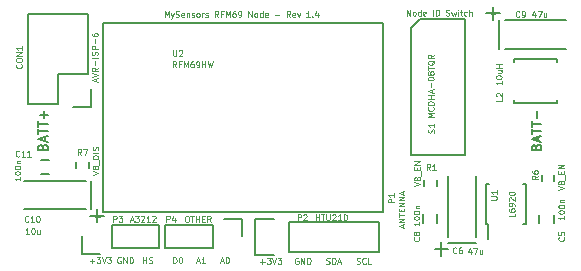
<source format=gto>
G04 #@! TF.GenerationSoftware,KiCad,Pcbnew,no-vcs-found-7657~57~ubuntu16.04.1*
G04 #@! TF.CreationDate,2017-02-15T10:50:58+02:00*
G04 #@! TF.ProjectId,multisensor_cr123,6D756C746973656E736F725F63723132,rev?*
G04 #@! TF.FileFunction,Legend,Top*
G04 #@! TF.FilePolarity,Positive*
%FSLAX46Y46*%
G04 Gerber Fmt 4.6, Leading zero omitted, Abs format (unit mm)*
G04 Created by KiCad (PCBNEW no-vcs-found-7657~57~ubuntu16.04.1) date Wed Feb 15 10:50:58 2017*
%MOMM*%
%LPD*%
G01*
G04 APERTURE LIST*
%ADD10C,0.100000*%
%ADD11C,0.125000*%
%ADD12C,0.200000*%
%ADD13C,0.150000*%
%ADD14R,2.000000X3.000000*%
%ADD15C,2.000000*%
%ADD16R,2.540000X2.540000*%
%ADD17C,2.540000*%
%ADD18R,0.600000X0.400000*%
%ADD19R,1.501140X2.148840*%
%ADD20R,0.750000X1.200000*%
%ADD21R,1.200000X0.750000*%
%ADD22R,1.270000X0.760000*%
%ADD23R,0.450000X1.450000*%
%ADD24R,3.000000X1.200000*%
%ADD25C,1.998980*%
%ADD26R,1.727200X1.727200*%
%ADD27O,1.727200X1.727200*%
%ADD28R,2.148840X1.501140*%
%ADD29R,1.350000X1.350000*%
%ADD30C,1.350000*%
%ADD31R,1.727200X2.032000*%
%ADD32O,1.727200X2.032000*%
G04 APERTURE END LIST*
D10*
D11*
X111812404Y-78267690D02*
X111812404Y-77767690D01*
X111979071Y-78124833D01*
X112145738Y-77767690D01*
X112145738Y-78267690D01*
X112336214Y-77934357D02*
X112455261Y-78267690D01*
X112574309Y-77934357D02*
X112455261Y-78267690D01*
X112407642Y-78386738D01*
X112383833Y-78410547D01*
X112336214Y-78434357D01*
X112740976Y-78243880D02*
X112812404Y-78267690D01*
X112931452Y-78267690D01*
X112979071Y-78243880D01*
X113002880Y-78220071D01*
X113026690Y-78172452D01*
X113026690Y-78124833D01*
X113002880Y-78077214D01*
X112979071Y-78053404D01*
X112931452Y-78029595D01*
X112836214Y-78005785D01*
X112788595Y-77981976D01*
X112764785Y-77958166D01*
X112740976Y-77910547D01*
X112740976Y-77862928D01*
X112764785Y-77815309D01*
X112788595Y-77791500D01*
X112836214Y-77767690D01*
X112955261Y-77767690D01*
X113026690Y-77791500D01*
X113431452Y-78243880D02*
X113383833Y-78267690D01*
X113288595Y-78267690D01*
X113240976Y-78243880D01*
X113217166Y-78196261D01*
X113217166Y-78005785D01*
X113240976Y-77958166D01*
X113288595Y-77934357D01*
X113383833Y-77934357D01*
X113431452Y-77958166D01*
X113455261Y-78005785D01*
X113455261Y-78053404D01*
X113217166Y-78101023D01*
X113669547Y-77934357D02*
X113669547Y-78267690D01*
X113669547Y-77981976D02*
X113693357Y-77958166D01*
X113740976Y-77934357D01*
X113812404Y-77934357D01*
X113860023Y-77958166D01*
X113883833Y-78005785D01*
X113883833Y-78267690D01*
X114098119Y-78243880D02*
X114145738Y-78267690D01*
X114240976Y-78267690D01*
X114288595Y-78243880D01*
X114312404Y-78196261D01*
X114312404Y-78172452D01*
X114288595Y-78124833D01*
X114240976Y-78101023D01*
X114169547Y-78101023D01*
X114121928Y-78077214D01*
X114098119Y-78029595D01*
X114098119Y-78005785D01*
X114121928Y-77958166D01*
X114169547Y-77934357D01*
X114240976Y-77934357D01*
X114288595Y-77958166D01*
X114598119Y-78267690D02*
X114550500Y-78243880D01*
X114526690Y-78220071D01*
X114502880Y-78172452D01*
X114502880Y-78029595D01*
X114526690Y-77981976D01*
X114550500Y-77958166D01*
X114598119Y-77934357D01*
X114669547Y-77934357D01*
X114717166Y-77958166D01*
X114740976Y-77981976D01*
X114764785Y-78029595D01*
X114764785Y-78172452D01*
X114740976Y-78220071D01*
X114717166Y-78243880D01*
X114669547Y-78267690D01*
X114598119Y-78267690D01*
X114979071Y-78267690D02*
X114979071Y-77934357D01*
X114979071Y-78029595D02*
X115002880Y-77981976D01*
X115026690Y-77958166D01*
X115074309Y-77934357D01*
X115121928Y-77934357D01*
X115264785Y-78243880D02*
X115312404Y-78267690D01*
X115407642Y-78267690D01*
X115455261Y-78243880D01*
X115479071Y-78196261D01*
X115479071Y-78172452D01*
X115455261Y-78124833D01*
X115407642Y-78101023D01*
X115336214Y-78101023D01*
X115288595Y-78077214D01*
X115264785Y-78029595D01*
X115264785Y-78005785D01*
X115288595Y-77958166D01*
X115336214Y-77934357D01*
X115407642Y-77934357D01*
X115455261Y-77958166D01*
X116360023Y-78267690D02*
X116193357Y-78029595D01*
X116074309Y-78267690D02*
X116074309Y-77767690D01*
X116264785Y-77767690D01*
X116312404Y-77791500D01*
X116336214Y-77815309D01*
X116360023Y-77862928D01*
X116360023Y-77934357D01*
X116336214Y-77981976D01*
X116312404Y-78005785D01*
X116264785Y-78029595D01*
X116074309Y-78029595D01*
X116740976Y-78005785D02*
X116574309Y-78005785D01*
X116574309Y-78267690D02*
X116574309Y-77767690D01*
X116812404Y-77767690D01*
X117002880Y-78267690D02*
X117002880Y-77767690D01*
X117169547Y-78124833D01*
X117336214Y-77767690D01*
X117336214Y-78267690D01*
X117788595Y-77767690D02*
X117693357Y-77767690D01*
X117645738Y-77791500D01*
X117621928Y-77815309D01*
X117574309Y-77886738D01*
X117550500Y-77981976D01*
X117550500Y-78172452D01*
X117574309Y-78220071D01*
X117598119Y-78243880D01*
X117645738Y-78267690D01*
X117740976Y-78267690D01*
X117788595Y-78243880D01*
X117812404Y-78220071D01*
X117836214Y-78172452D01*
X117836214Y-78053404D01*
X117812404Y-78005785D01*
X117788595Y-77981976D01*
X117740976Y-77958166D01*
X117645738Y-77958166D01*
X117598119Y-77981976D01*
X117574309Y-78005785D01*
X117550500Y-78053404D01*
X118074309Y-78267690D02*
X118169547Y-78267690D01*
X118217166Y-78243880D01*
X118240976Y-78220071D01*
X118288595Y-78148642D01*
X118312404Y-78053404D01*
X118312404Y-77862928D01*
X118288595Y-77815309D01*
X118264785Y-77791500D01*
X118217166Y-77767690D01*
X118121928Y-77767690D01*
X118074309Y-77791500D01*
X118050500Y-77815309D01*
X118026690Y-77862928D01*
X118026690Y-77981976D01*
X118050500Y-78029595D01*
X118074309Y-78053404D01*
X118121928Y-78077214D01*
X118217166Y-78077214D01*
X118264785Y-78053404D01*
X118288595Y-78029595D01*
X118312404Y-77981976D01*
X118907642Y-78267690D02*
X118907642Y-77767690D01*
X119193357Y-78267690D01*
X119193357Y-77767690D01*
X119502880Y-78267690D02*
X119455261Y-78243880D01*
X119431452Y-78220071D01*
X119407642Y-78172452D01*
X119407642Y-78029595D01*
X119431452Y-77981976D01*
X119455261Y-77958166D01*
X119502880Y-77934357D01*
X119574309Y-77934357D01*
X119621928Y-77958166D01*
X119645738Y-77981976D01*
X119669547Y-78029595D01*
X119669547Y-78172452D01*
X119645738Y-78220071D01*
X119621928Y-78243880D01*
X119574309Y-78267690D01*
X119502880Y-78267690D01*
X120098119Y-78267690D02*
X120098119Y-77767690D01*
X120098119Y-78243880D02*
X120050500Y-78267690D01*
X119955261Y-78267690D01*
X119907642Y-78243880D01*
X119883833Y-78220071D01*
X119860023Y-78172452D01*
X119860023Y-78029595D01*
X119883833Y-77981976D01*
X119907642Y-77958166D01*
X119955261Y-77934357D01*
X120050500Y-77934357D01*
X120098119Y-77958166D01*
X120526690Y-78243880D02*
X120479071Y-78267690D01*
X120383833Y-78267690D01*
X120336214Y-78243880D01*
X120312404Y-78196261D01*
X120312404Y-78005785D01*
X120336214Y-77958166D01*
X120383833Y-77934357D01*
X120479071Y-77934357D01*
X120526690Y-77958166D01*
X120550500Y-78005785D01*
X120550500Y-78053404D01*
X120312404Y-78101023D01*
X121145738Y-78077214D02*
X121526690Y-78077214D01*
X122431452Y-78267690D02*
X122264785Y-78029595D01*
X122145738Y-78267690D02*
X122145738Y-77767690D01*
X122336214Y-77767690D01*
X122383833Y-77791500D01*
X122407642Y-77815309D01*
X122431452Y-77862928D01*
X122431452Y-77934357D01*
X122407642Y-77981976D01*
X122383833Y-78005785D01*
X122336214Y-78029595D01*
X122145738Y-78029595D01*
X122836214Y-78243880D02*
X122788595Y-78267690D01*
X122693357Y-78267690D01*
X122645738Y-78243880D01*
X122621928Y-78196261D01*
X122621928Y-78005785D01*
X122645738Y-77958166D01*
X122693357Y-77934357D01*
X122788595Y-77934357D01*
X122836214Y-77958166D01*
X122860023Y-78005785D01*
X122860023Y-78053404D01*
X122621928Y-78101023D01*
X123026690Y-77934357D02*
X123145738Y-78267690D01*
X123264785Y-77934357D01*
X124098119Y-78267690D02*
X123812404Y-78267690D01*
X123955261Y-78267690D02*
X123955261Y-77767690D01*
X123907642Y-77839119D01*
X123860023Y-77886738D01*
X123812404Y-77910547D01*
X124312404Y-78220071D02*
X124336214Y-78243880D01*
X124312404Y-78267690D01*
X124288595Y-78243880D01*
X124312404Y-78220071D01*
X124312404Y-78267690D01*
X124764785Y-77934357D02*
X124764785Y-78267690D01*
X124645738Y-77743880D02*
X124526690Y-78101023D01*
X124836214Y-78101023D01*
D12*
X101479357Y-89274476D02*
X101517452Y-89160190D01*
X101555547Y-89122095D01*
X101631738Y-89084000D01*
X101746023Y-89084000D01*
X101822214Y-89122095D01*
X101860309Y-89160190D01*
X101898404Y-89236380D01*
X101898404Y-89541142D01*
X101098404Y-89541142D01*
X101098404Y-89274476D01*
X101136500Y-89198285D01*
X101174595Y-89160190D01*
X101250785Y-89122095D01*
X101326976Y-89122095D01*
X101403166Y-89160190D01*
X101441261Y-89198285D01*
X101479357Y-89274476D01*
X101479357Y-89541142D01*
X101669833Y-88779238D02*
X101669833Y-88398285D01*
X101898404Y-88855428D02*
X101098404Y-88588761D01*
X101898404Y-88322095D01*
X101098404Y-88169714D02*
X101098404Y-87712571D01*
X101898404Y-87941142D02*
X101098404Y-87941142D01*
X101098404Y-87560190D02*
X101098404Y-87103047D01*
X101898404Y-87331619D02*
X101098404Y-87331619D01*
X101593642Y-86836380D02*
X101593642Y-86226857D01*
X101898404Y-86531619D02*
X101288880Y-86531619D01*
X143262357Y-89274476D02*
X143300452Y-89160190D01*
X143338547Y-89122095D01*
X143414738Y-89084000D01*
X143529023Y-89084000D01*
X143605214Y-89122095D01*
X143643309Y-89160190D01*
X143681404Y-89236380D01*
X143681404Y-89541142D01*
X142881404Y-89541142D01*
X142881404Y-89274476D01*
X142919500Y-89198285D01*
X142957595Y-89160190D01*
X143033785Y-89122095D01*
X143109976Y-89122095D01*
X143186166Y-89160190D01*
X143224261Y-89198285D01*
X143262357Y-89274476D01*
X143262357Y-89541142D01*
X143452833Y-88779238D02*
X143452833Y-88398285D01*
X143681404Y-88855428D02*
X142881404Y-88588761D01*
X143681404Y-88322095D01*
X142881404Y-88169714D02*
X142881404Y-87712571D01*
X143681404Y-87941142D02*
X142881404Y-87941142D01*
X142881404Y-87560190D02*
X142881404Y-87103047D01*
X143681404Y-87331619D02*
X142881404Y-87331619D01*
X143376642Y-86836380D02*
X143376642Y-86226857D01*
D11*
X132302595Y-78140690D02*
X132302595Y-77640690D01*
X132588309Y-78140690D01*
X132588309Y-77640690D01*
X132897833Y-78140690D02*
X132850214Y-78116880D01*
X132826404Y-78093071D01*
X132802595Y-78045452D01*
X132802595Y-77902595D01*
X132826404Y-77854976D01*
X132850214Y-77831166D01*
X132897833Y-77807357D01*
X132969261Y-77807357D01*
X133016880Y-77831166D01*
X133040690Y-77854976D01*
X133064500Y-77902595D01*
X133064500Y-78045452D01*
X133040690Y-78093071D01*
X133016880Y-78116880D01*
X132969261Y-78140690D01*
X132897833Y-78140690D01*
X133493071Y-78140690D02*
X133493071Y-77640690D01*
X133493071Y-78116880D02*
X133445452Y-78140690D01*
X133350214Y-78140690D01*
X133302595Y-78116880D01*
X133278785Y-78093071D01*
X133254976Y-78045452D01*
X133254976Y-77902595D01*
X133278785Y-77854976D01*
X133302595Y-77831166D01*
X133350214Y-77807357D01*
X133445452Y-77807357D01*
X133493071Y-77831166D01*
X133921642Y-78116880D02*
X133874023Y-78140690D01*
X133778785Y-78140690D01*
X133731166Y-78116880D01*
X133707357Y-78069261D01*
X133707357Y-77878785D01*
X133731166Y-77831166D01*
X133778785Y-77807357D01*
X133874023Y-77807357D01*
X133921642Y-77831166D01*
X133945452Y-77878785D01*
X133945452Y-77926404D01*
X133707357Y-77974023D01*
X134540690Y-78140690D02*
X134540690Y-77640690D01*
X134778785Y-78140690D02*
X134778785Y-77640690D01*
X134897833Y-77640690D01*
X134969261Y-77664500D01*
X135016880Y-77712119D01*
X135040690Y-77759738D01*
X135064500Y-77854976D01*
X135064500Y-77926404D01*
X135040690Y-78021642D01*
X135016880Y-78069261D01*
X134969261Y-78116880D01*
X134897833Y-78140690D01*
X134778785Y-78140690D01*
X135635928Y-78116880D02*
X135707357Y-78140690D01*
X135826404Y-78140690D01*
X135874023Y-78116880D01*
X135897833Y-78093071D01*
X135921642Y-78045452D01*
X135921642Y-77997833D01*
X135897833Y-77950214D01*
X135874023Y-77926404D01*
X135826404Y-77902595D01*
X135731166Y-77878785D01*
X135683547Y-77854976D01*
X135659738Y-77831166D01*
X135635928Y-77783547D01*
X135635928Y-77735928D01*
X135659738Y-77688309D01*
X135683547Y-77664500D01*
X135731166Y-77640690D01*
X135850214Y-77640690D01*
X135921642Y-77664500D01*
X136088309Y-77807357D02*
X136183547Y-78140690D01*
X136278785Y-77902595D01*
X136374023Y-78140690D01*
X136469261Y-77807357D01*
X136659738Y-78140690D02*
X136659738Y-77807357D01*
X136659738Y-77640690D02*
X136635928Y-77664500D01*
X136659738Y-77688309D01*
X136683547Y-77664500D01*
X136659738Y-77640690D01*
X136659738Y-77688309D01*
X136826404Y-77807357D02*
X137016880Y-77807357D01*
X136897833Y-77640690D02*
X136897833Y-78069261D01*
X136921642Y-78116880D01*
X136969261Y-78140690D01*
X137016880Y-78140690D01*
X137397833Y-78116880D02*
X137350214Y-78140690D01*
X137254976Y-78140690D01*
X137207357Y-78116880D01*
X137183547Y-78093071D01*
X137159738Y-78045452D01*
X137159738Y-77902595D01*
X137183547Y-77854976D01*
X137207357Y-77831166D01*
X137254976Y-77807357D01*
X137350214Y-77807357D01*
X137397833Y-77831166D01*
X137612119Y-78140690D02*
X137612119Y-77640690D01*
X137826404Y-78140690D02*
X137826404Y-77878785D01*
X137802595Y-77831166D01*
X137754976Y-77807357D01*
X137683547Y-77807357D01*
X137635928Y-77831166D01*
X137612119Y-77854976D01*
X123126547Y-98683000D02*
X123078928Y-98659190D01*
X123007500Y-98659190D01*
X122936071Y-98683000D01*
X122888452Y-98730619D01*
X122864642Y-98778238D01*
X122840833Y-98873476D01*
X122840833Y-98944904D01*
X122864642Y-99040142D01*
X122888452Y-99087761D01*
X122936071Y-99135380D01*
X123007500Y-99159190D01*
X123055119Y-99159190D01*
X123126547Y-99135380D01*
X123150357Y-99111571D01*
X123150357Y-98944904D01*
X123055119Y-98944904D01*
X123364642Y-99159190D02*
X123364642Y-98659190D01*
X123650357Y-99159190D01*
X123650357Y-98659190D01*
X123888452Y-99159190D02*
X123888452Y-98659190D01*
X124007500Y-98659190D01*
X124078928Y-98683000D01*
X124126547Y-98730619D01*
X124150357Y-98778238D01*
X124174166Y-98873476D01*
X124174166Y-98944904D01*
X124150357Y-99040142D01*
X124126547Y-99087761D01*
X124078928Y-99135380D01*
X124007500Y-99159190D01*
X123888452Y-99159190D01*
X119896047Y-98968714D02*
X120277000Y-98968714D01*
X120086523Y-99159190D02*
X120086523Y-98778238D01*
X120467476Y-98659190D02*
X120777000Y-98659190D01*
X120610333Y-98849666D01*
X120681761Y-98849666D01*
X120729380Y-98873476D01*
X120753190Y-98897285D01*
X120777000Y-98944904D01*
X120777000Y-99063952D01*
X120753190Y-99111571D01*
X120729380Y-99135380D01*
X120681761Y-99159190D01*
X120538904Y-99159190D01*
X120491285Y-99135380D01*
X120467476Y-99111571D01*
X120919857Y-98659190D02*
X121086523Y-99159190D01*
X121253190Y-98659190D01*
X121372238Y-98659190D02*
X121681761Y-98659190D01*
X121515095Y-98849666D01*
X121586523Y-98849666D01*
X121634142Y-98873476D01*
X121657952Y-98897285D01*
X121681761Y-98944904D01*
X121681761Y-99063952D01*
X121657952Y-99111571D01*
X121634142Y-99135380D01*
X121586523Y-99159190D01*
X121443666Y-99159190D01*
X121396047Y-99135380D01*
X121372238Y-99111571D01*
X125503857Y-99135380D02*
X125575285Y-99159190D01*
X125694333Y-99159190D01*
X125741952Y-99135380D01*
X125765761Y-99111571D01*
X125789571Y-99063952D01*
X125789571Y-99016333D01*
X125765761Y-98968714D01*
X125741952Y-98944904D01*
X125694333Y-98921095D01*
X125599095Y-98897285D01*
X125551476Y-98873476D01*
X125527666Y-98849666D01*
X125503857Y-98802047D01*
X125503857Y-98754428D01*
X125527666Y-98706809D01*
X125551476Y-98683000D01*
X125599095Y-98659190D01*
X125718142Y-98659190D01*
X125789571Y-98683000D01*
X126003857Y-99159190D02*
X126003857Y-98659190D01*
X126122904Y-98659190D01*
X126194333Y-98683000D01*
X126241952Y-98730619D01*
X126265761Y-98778238D01*
X126289571Y-98873476D01*
X126289571Y-98944904D01*
X126265761Y-99040142D01*
X126241952Y-99087761D01*
X126194333Y-99135380D01*
X126122904Y-99159190D01*
X126003857Y-99159190D01*
X126480047Y-99016333D02*
X126718142Y-99016333D01*
X126432428Y-99159190D02*
X126599095Y-98659190D01*
X126765761Y-99159190D01*
X128055761Y-99135380D02*
X128127190Y-99159190D01*
X128246238Y-99159190D01*
X128293857Y-99135380D01*
X128317666Y-99111571D01*
X128341476Y-99063952D01*
X128341476Y-99016333D01*
X128317666Y-98968714D01*
X128293857Y-98944904D01*
X128246238Y-98921095D01*
X128151000Y-98897285D01*
X128103380Y-98873476D01*
X128079571Y-98849666D01*
X128055761Y-98802047D01*
X128055761Y-98754428D01*
X128079571Y-98706809D01*
X128103380Y-98683000D01*
X128151000Y-98659190D01*
X128270047Y-98659190D01*
X128341476Y-98683000D01*
X128841476Y-99111571D02*
X128817666Y-99135380D01*
X128746238Y-99159190D01*
X128698619Y-99159190D01*
X128627190Y-99135380D01*
X128579571Y-99087761D01*
X128555761Y-99040142D01*
X128531952Y-98944904D01*
X128531952Y-98873476D01*
X128555761Y-98778238D01*
X128579571Y-98730619D01*
X128627190Y-98683000D01*
X128698619Y-98659190D01*
X128746238Y-98659190D01*
X128817666Y-98683000D01*
X128841476Y-98706809D01*
X129293857Y-99159190D02*
X129055761Y-99159190D01*
X129055761Y-98659190D01*
X105481547Y-98905214D02*
X105862500Y-98905214D01*
X105672023Y-99095690D02*
X105672023Y-98714738D01*
X106052976Y-98595690D02*
X106362500Y-98595690D01*
X106195833Y-98786166D01*
X106267261Y-98786166D01*
X106314880Y-98809976D01*
X106338690Y-98833785D01*
X106362500Y-98881404D01*
X106362500Y-99000452D01*
X106338690Y-99048071D01*
X106314880Y-99071880D01*
X106267261Y-99095690D01*
X106124404Y-99095690D01*
X106076785Y-99071880D01*
X106052976Y-99048071D01*
X106505357Y-98595690D02*
X106672023Y-99095690D01*
X106838690Y-98595690D01*
X106957738Y-98595690D02*
X107267261Y-98595690D01*
X107100595Y-98786166D01*
X107172023Y-98786166D01*
X107219642Y-98809976D01*
X107243452Y-98833785D01*
X107267261Y-98881404D01*
X107267261Y-99000452D01*
X107243452Y-99048071D01*
X107219642Y-99071880D01*
X107172023Y-99095690D01*
X107029166Y-99095690D01*
X106981547Y-99071880D01*
X106957738Y-99048071D01*
X108077047Y-98619500D02*
X108029428Y-98595690D01*
X107958000Y-98595690D01*
X107886571Y-98619500D01*
X107838952Y-98667119D01*
X107815142Y-98714738D01*
X107791333Y-98809976D01*
X107791333Y-98881404D01*
X107815142Y-98976642D01*
X107838952Y-99024261D01*
X107886571Y-99071880D01*
X107958000Y-99095690D01*
X108005619Y-99095690D01*
X108077047Y-99071880D01*
X108100857Y-99048071D01*
X108100857Y-98881404D01*
X108005619Y-98881404D01*
X108315142Y-99095690D02*
X108315142Y-98595690D01*
X108600857Y-99095690D01*
X108600857Y-98595690D01*
X108838952Y-99095690D02*
X108838952Y-98595690D01*
X108958000Y-98595690D01*
X109029428Y-98619500D01*
X109077047Y-98667119D01*
X109100857Y-98714738D01*
X109124666Y-98809976D01*
X109124666Y-98881404D01*
X109100857Y-98976642D01*
X109077047Y-99024261D01*
X109029428Y-99071880D01*
X108958000Y-99095690D01*
X108838952Y-99095690D01*
X109982047Y-99095690D02*
X109982047Y-98595690D01*
X109982047Y-98833785D02*
X110267761Y-98833785D01*
X110267761Y-99095690D02*
X110267761Y-98595690D01*
X110482047Y-99071880D02*
X110553476Y-99095690D01*
X110672523Y-99095690D01*
X110720142Y-99071880D01*
X110743952Y-99048071D01*
X110767761Y-99000452D01*
X110767761Y-98952833D01*
X110743952Y-98905214D01*
X110720142Y-98881404D01*
X110672523Y-98857595D01*
X110577285Y-98833785D01*
X110529666Y-98809976D01*
X110505857Y-98786166D01*
X110482047Y-98738547D01*
X110482047Y-98690928D01*
X110505857Y-98643309D01*
X110529666Y-98619500D01*
X110577285Y-98595690D01*
X110696333Y-98595690D01*
X110767761Y-98619500D01*
X112533952Y-99095690D02*
X112533952Y-98595690D01*
X112653000Y-98595690D01*
X112724428Y-98619500D01*
X112772047Y-98667119D01*
X112795857Y-98714738D01*
X112819666Y-98809976D01*
X112819666Y-98881404D01*
X112795857Y-98976642D01*
X112772047Y-99024261D01*
X112724428Y-99071880D01*
X112653000Y-99095690D01*
X112533952Y-99095690D01*
X113129190Y-98595690D02*
X113176809Y-98595690D01*
X113224428Y-98619500D01*
X113248238Y-98643309D01*
X113272047Y-98690928D01*
X113295857Y-98786166D01*
X113295857Y-98905214D01*
X113272047Y-99000452D01*
X113248238Y-99048071D01*
X113224428Y-99071880D01*
X113176809Y-99095690D01*
X113129190Y-99095690D01*
X113081571Y-99071880D01*
X113057761Y-99048071D01*
X113033952Y-99000452D01*
X113010142Y-98905214D01*
X113010142Y-98786166D01*
X113033952Y-98690928D01*
X113057761Y-98643309D01*
X113081571Y-98619500D01*
X113129190Y-98595690D01*
X114514357Y-98952833D02*
X114752452Y-98952833D01*
X114466738Y-99095690D02*
X114633404Y-98595690D01*
X114800071Y-99095690D01*
X115228642Y-99095690D02*
X114942928Y-99095690D01*
X115085785Y-99095690D02*
X115085785Y-98595690D01*
X115038166Y-98667119D01*
X114990547Y-98714738D01*
X114942928Y-98738547D01*
X116546357Y-98952833D02*
X116784452Y-98952833D01*
X116498738Y-99095690D02*
X116665404Y-98595690D01*
X116832071Y-99095690D01*
X117093976Y-98595690D02*
X117141595Y-98595690D01*
X117189214Y-98619500D01*
X117213023Y-98643309D01*
X117236833Y-98690928D01*
X117260642Y-98786166D01*
X117260642Y-98905214D01*
X117236833Y-99000452D01*
X117213023Y-99048071D01*
X117189214Y-99071880D01*
X117141595Y-99095690D01*
X117093976Y-99095690D01*
X117046357Y-99071880D01*
X117022547Y-99048071D01*
X116998738Y-99000452D01*
X116974928Y-98905214D01*
X116974928Y-98786166D01*
X116998738Y-98690928D01*
X117022547Y-98643309D01*
X117046357Y-98619500D01*
X117093976Y-98595690D01*
D13*
X141401800Y-81859120D02*
X141401800Y-82105552D01*
X141401800Y-85529420D02*
X145011140Y-85529420D01*
X145013680Y-82103012D02*
X145013680Y-81859120D01*
X145013684Y-81859120D02*
X141401800Y-81859120D01*
X145013680Y-85526754D02*
X145013680Y-85282921D01*
X141401800Y-85529294D02*
X141401800Y-85280034D01*
X104313500Y-90555000D02*
X104313500Y-91055000D01*
X105363500Y-91055000D02*
X105363500Y-90555000D01*
X138168380Y-96898460D02*
X138168380Y-91696540D01*
X135770620Y-91696540D02*
X135770620Y-96898460D01*
X134670800Y-97896680D02*
X135770620Y-97896680D01*
X135171180Y-98496120D02*
X135171180Y-97297240D01*
X135770620Y-97393760D02*
X138168380Y-97393760D01*
X143545000Y-95727000D02*
X143545000Y-95027000D01*
X144745000Y-95027000D02*
X144745000Y-95727000D01*
X134902500Y-94966000D02*
X134902500Y-95666000D01*
X133702500Y-95666000D02*
X133702500Y-94966000D01*
X102013500Y-91532000D02*
X101313500Y-91532000D01*
X101313500Y-90332000D02*
X102013500Y-90332000D01*
X133777500Y-92079000D02*
X133777500Y-92579000D01*
X134827500Y-92579000D02*
X134827500Y-92079000D01*
X143747000Y-91634500D02*
X143747000Y-92134500D01*
X144797000Y-92134500D02*
X144797000Y-91634500D01*
X132627500Y-79226000D02*
X133427500Y-78426000D01*
X133427500Y-78426000D02*
X137247500Y-78426000D01*
X137247500Y-78426000D02*
X137247500Y-89976000D01*
X137247500Y-89976000D02*
X132627500Y-89976000D01*
X132627500Y-89976000D02*
X132627500Y-79226000D01*
X139041000Y-95782000D02*
X139216000Y-95782000D01*
X139041000Y-92432000D02*
X139291000Y-92432000D01*
X142391000Y-92432000D02*
X142141000Y-92432000D01*
X142391000Y-95782000D02*
X142141000Y-95782000D01*
X139041000Y-95782000D02*
X139041000Y-92432000D01*
X142391000Y-95782000D02*
X142391000Y-92432000D01*
X139216000Y-95782000D02*
X139216000Y-97032000D01*
X106582000Y-94756000D02*
X106582000Y-78756000D01*
X130282000Y-94756000D02*
X106582000Y-94756000D01*
X130282000Y-78756000D02*
X130282000Y-94756000D01*
X106582000Y-78756000D02*
X130282000Y-78756000D01*
X105283000Y-83058000D02*
X105283000Y-77978000D01*
X105563000Y-85878000D02*
X104013000Y-85878000D01*
X102743000Y-85598000D02*
X102743000Y-83058000D01*
X102743000Y-83058000D02*
X105283000Y-83058000D01*
X105283000Y-77978000D02*
X100203000Y-77978000D01*
X100203000Y-77978000D02*
X100203000Y-83058000D01*
X105563000Y-85878000D02*
X105563000Y-84328000D01*
X100203000Y-85598000D02*
X102743000Y-85598000D01*
X100203000Y-83058000D02*
X100203000Y-85598000D01*
X140591540Y-80954880D02*
X145793460Y-80954880D01*
X145793460Y-78557120D02*
X140591540Y-78557120D01*
X139593320Y-77457300D02*
X139593320Y-78557120D01*
X138993880Y-77957680D02*
X140192760Y-77957680D01*
X140096240Y-78557120D02*
X140096240Y-80954880D01*
X105112820Y-92146120D02*
X99910900Y-92146120D01*
X99910900Y-94543880D02*
X105112820Y-94543880D01*
X106111040Y-95643700D02*
X106111040Y-94543880D01*
X106710480Y-95143320D02*
X105511600Y-95143320D01*
X105608120Y-94543880D02*
X105608120Y-92146120D01*
X107331000Y-97837500D02*
X107331000Y-95837500D01*
X107331000Y-95837500D02*
X111331000Y-95837500D01*
X111331000Y-95837500D02*
X111331000Y-97837500D01*
X111331000Y-97837500D02*
X107331000Y-97837500D01*
X106331000Y-98337500D02*
X104831000Y-98337500D01*
X104831000Y-98337500D02*
X104831000Y-96837500D01*
X115871500Y-95837500D02*
X115871500Y-97837500D01*
X115871500Y-97837500D02*
X111871500Y-97837500D01*
X111871500Y-97837500D02*
X111871500Y-95837500D01*
X111871500Y-95837500D02*
X115871500Y-95837500D01*
X116871500Y-95337500D02*
X118371500Y-95337500D01*
X118371500Y-95337500D02*
X118371500Y-96837500D01*
X122301000Y-98171000D02*
X129921000Y-98171000D01*
X122301000Y-95631000D02*
X129921000Y-95631000D01*
X119481000Y-95351000D02*
X121031000Y-95351000D01*
X129921000Y-98171000D02*
X129921000Y-95631000D01*
X122301000Y-95631000D02*
X122301000Y-98171000D01*
X121031000Y-98451000D02*
X119481000Y-98451000D01*
X119481000Y-98451000D02*
X119481000Y-95351000D01*
D11*
X140370690Y-85122533D02*
X140370690Y-85360628D01*
X139870690Y-85360628D01*
X139918309Y-84979676D02*
X139894500Y-84955866D01*
X139870690Y-84908247D01*
X139870690Y-84789200D01*
X139894500Y-84741580D01*
X139918309Y-84717771D01*
X139965928Y-84693961D01*
X140013547Y-84693961D01*
X140084976Y-84717771D01*
X140370690Y-85003485D01*
X140370690Y-84693961D01*
X140345290Y-83692133D02*
X140345290Y-83977847D01*
X140345290Y-83834990D02*
X139845290Y-83834990D01*
X139916719Y-83882609D01*
X139964338Y-83930228D01*
X139988147Y-83977847D01*
X139845290Y-83382609D02*
X139845290Y-83334990D01*
X139869100Y-83287371D01*
X139892909Y-83263561D01*
X139940528Y-83239752D01*
X140035766Y-83215942D01*
X140154814Y-83215942D01*
X140250052Y-83239752D01*
X140297671Y-83263561D01*
X140321480Y-83287371D01*
X140345290Y-83334990D01*
X140345290Y-83382609D01*
X140321480Y-83430228D01*
X140297671Y-83454038D01*
X140250052Y-83477847D01*
X140154814Y-83501657D01*
X140035766Y-83501657D01*
X139940528Y-83477847D01*
X139892909Y-83454038D01*
X139869100Y-83430228D01*
X139845290Y-83382609D01*
X140011957Y-82787371D02*
X140345290Y-82787371D01*
X140011957Y-83001657D02*
X140273861Y-83001657D01*
X140321480Y-82977847D01*
X140345290Y-82930228D01*
X140345290Y-82858800D01*
X140321480Y-82811180D01*
X140297671Y-82787371D01*
X140345290Y-82549276D02*
X139845290Y-82549276D01*
X140083385Y-82549276D02*
X140083385Y-82263561D01*
X140345290Y-82263561D02*
X139845290Y-82263561D01*
X104755166Y-89951690D02*
X104588500Y-89713595D01*
X104469452Y-89951690D02*
X104469452Y-89451690D01*
X104659928Y-89451690D01*
X104707547Y-89475500D01*
X104731357Y-89499309D01*
X104755166Y-89546928D01*
X104755166Y-89618357D01*
X104731357Y-89665976D01*
X104707547Y-89689785D01*
X104659928Y-89713595D01*
X104469452Y-89713595D01*
X104921833Y-89451690D02*
X105255166Y-89451690D01*
X105040880Y-89951690D01*
X105707690Y-91638285D02*
X106207690Y-91471619D01*
X105707690Y-91304952D01*
X105945785Y-90971619D02*
X105969595Y-90900190D01*
X105993404Y-90876380D01*
X106041023Y-90852571D01*
X106112452Y-90852571D01*
X106160071Y-90876380D01*
X106183880Y-90900190D01*
X106207690Y-90947809D01*
X106207690Y-91138285D01*
X105707690Y-91138285D01*
X105707690Y-90971619D01*
X105731500Y-90924000D01*
X105755309Y-90900190D01*
X105802928Y-90876380D01*
X105850547Y-90876380D01*
X105898166Y-90900190D01*
X105921976Y-90924000D01*
X105945785Y-90971619D01*
X105945785Y-91138285D01*
X106255309Y-90757333D02*
X106255309Y-90376380D01*
X106207690Y-90257333D02*
X105707690Y-90257333D01*
X105707690Y-90138285D01*
X105731500Y-90066857D01*
X105779119Y-90019238D01*
X105826738Y-89995428D01*
X105921976Y-89971619D01*
X105993404Y-89971619D01*
X106088642Y-89995428D01*
X106136261Y-90019238D01*
X106183880Y-90066857D01*
X106207690Y-90138285D01*
X106207690Y-90257333D01*
X106207690Y-89757333D02*
X105707690Y-89757333D01*
X106183880Y-89543047D02*
X106207690Y-89471619D01*
X106207690Y-89352571D01*
X106183880Y-89304952D01*
X106160071Y-89281142D01*
X106112452Y-89257333D01*
X106064833Y-89257333D01*
X106017214Y-89281142D01*
X105993404Y-89304952D01*
X105969595Y-89352571D01*
X105945785Y-89447809D01*
X105921976Y-89495428D01*
X105898166Y-89519238D01*
X105850547Y-89543047D01*
X105802928Y-89543047D01*
X105755309Y-89519238D01*
X105731500Y-89495428D01*
X105707690Y-89447809D01*
X105707690Y-89328761D01*
X105731500Y-89257333D01*
X136505166Y-98222571D02*
X136481357Y-98246380D01*
X136409928Y-98270190D01*
X136362309Y-98270190D01*
X136290880Y-98246380D01*
X136243261Y-98198761D01*
X136219452Y-98151142D01*
X136195642Y-98055904D01*
X136195642Y-97984476D01*
X136219452Y-97889238D01*
X136243261Y-97841619D01*
X136290880Y-97794000D01*
X136362309Y-97770190D01*
X136409928Y-97770190D01*
X136481357Y-97794000D01*
X136505166Y-97817809D01*
X136933738Y-97770190D02*
X136838500Y-97770190D01*
X136790880Y-97794000D01*
X136767071Y-97817809D01*
X136719452Y-97889238D01*
X136695642Y-97984476D01*
X136695642Y-98174952D01*
X136719452Y-98222571D01*
X136743261Y-98246380D01*
X136790880Y-98270190D01*
X136886119Y-98270190D01*
X136933738Y-98246380D01*
X136957547Y-98222571D01*
X136981357Y-98174952D01*
X136981357Y-98055904D01*
X136957547Y-98008285D01*
X136933738Y-97984476D01*
X136886119Y-97960666D01*
X136790880Y-97960666D01*
X136743261Y-97984476D01*
X136719452Y-98008285D01*
X136695642Y-98055904D01*
X137743452Y-98000357D02*
X137743452Y-98333690D01*
X137624404Y-97809880D02*
X137505357Y-98167023D01*
X137814880Y-98167023D01*
X137957738Y-97833690D02*
X138291071Y-97833690D01*
X138076785Y-98333690D01*
X138695833Y-98000357D02*
X138695833Y-98333690D01*
X138481547Y-98000357D02*
X138481547Y-98262261D01*
X138505357Y-98309880D01*
X138552976Y-98333690D01*
X138624404Y-98333690D01*
X138672023Y-98309880D01*
X138695833Y-98286071D01*
X135204354Y-98087156D02*
X135204354Y-97706203D01*
X135394830Y-97896680D02*
X135013878Y-97896680D01*
X145593571Y-96918333D02*
X145617380Y-96942142D01*
X145641190Y-97013571D01*
X145641190Y-97061190D01*
X145617380Y-97132619D01*
X145569761Y-97180238D01*
X145522142Y-97204047D01*
X145426904Y-97227857D01*
X145355476Y-97227857D01*
X145260238Y-97204047D01*
X145212619Y-97180238D01*
X145165000Y-97132619D01*
X145141190Y-97061190D01*
X145141190Y-97013571D01*
X145165000Y-96942142D01*
X145188809Y-96918333D01*
X145141190Y-96465952D02*
X145141190Y-96704047D01*
X145379285Y-96727857D01*
X145355476Y-96704047D01*
X145331666Y-96656428D01*
X145331666Y-96537380D01*
X145355476Y-96489761D01*
X145379285Y-96465952D01*
X145426904Y-96442142D01*
X145545952Y-96442142D01*
X145593571Y-96465952D01*
X145617380Y-96489761D01*
X145641190Y-96537380D01*
X145641190Y-96656428D01*
X145617380Y-96704047D01*
X145593571Y-96727857D01*
X145641190Y-95108523D02*
X145641190Y-95394238D01*
X145641190Y-95251380D02*
X145141190Y-95251380D01*
X145212619Y-95299000D01*
X145260238Y-95346619D01*
X145284047Y-95394238D01*
X145141190Y-94799000D02*
X145141190Y-94751380D01*
X145165000Y-94703761D01*
X145188809Y-94679952D01*
X145236428Y-94656142D01*
X145331666Y-94632333D01*
X145450714Y-94632333D01*
X145545952Y-94656142D01*
X145593571Y-94679952D01*
X145617380Y-94703761D01*
X145641190Y-94751380D01*
X145641190Y-94799000D01*
X145617380Y-94846619D01*
X145593571Y-94870428D01*
X145545952Y-94894238D01*
X145450714Y-94918047D01*
X145331666Y-94918047D01*
X145236428Y-94894238D01*
X145188809Y-94870428D01*
X145165000Y-94846619D01*
X145141190Y-94799000D01*
X145141190Y-94322809D02*
X145141190Y-94275190D01*
X145165000Y-94227571D01*
X145188809Y-94203761D01*
X145236428Y-94179952D01*
X145331666Y-94156142D01*
X145450714Y-94156142D01*
X145545952Y-94179952D01*
X145593571Y-94203761D01*
X145617380Y-94227571D01*
X145641190Y-94275190D01*
X145641190Y-94322809D01*
X145617380Y-94370428D01*
X145593571Y-94394238D01*
X145545952Y-94418047D01*
X145450714Y-94441857D01*
X145331666Y-94441857D01*
X145236428Y-94418047D01*
X145188809Y-94394238D01*
X145165000Y-94370428D01*
X145141190Y-94322809D01*
X145307857Y-93941857D02*
X145641190Y-93941857D01*
X145355476Y-93941857D02*
X145331666Y-93918047D01*
X145307857Y-93870428D01*
X145307857Y-93799000D01*
X145331666Y-93751380D01*
X145379285Y-93727571D01*
X145641190Y-93727571D01*
X133338071Y-96920833D02*
X133361880Y-96944642D01*
X133385690Y-97016071D01*
X133385690Y-97063690D01*
X133361880Y-97135119D01*
X133314261Y-97182738D01*
X133266642Y-97206547D01*
X133171404Y-97230357D01*
X133099976Y-97230357D01*
X133004738Y-97206547D01*
X132957119Y-97182738D01*
X132909500Y-97135119D01*
X132885690Y-97063690D01*
X132885690Y-97016071D01*
X132909500Y-96944642D01*
X132933309Y-96920833D01*
X133099976Y-96635119D02*
X133076166Y-96682738D01*
X133052357Y-96706547D01*
X133004738Y-96730357D01*
X132980928Y-96730357D01*
X132933309Y-96706547D01*
X132909500Y-96682738D01*
X132885690Y-96635119D01*
X132885690Y-96539880D01*
X132909500Y-96492261D01*
X132933309Y-96468452D01*
X132980928Y-96444642D01*
X133004738Y-96444642D01*
X133052357Y-96468452D01*
X133076166Y-96492261D01*
X133099976Y-96539880D01*
X133099976Y-96635119D01*
X133123785Y-96682738D01*
X133147595Y-96706547D01*
X133195214Y-96730357D01*
X133290452Y-96730357D01*
X133338071Y-96706547D01*
X133361880Y-96682738D01*
X133385690Y-96635119D01*
X133385690Y-96539880D01*
X133361880Y-96492261D01*
X133338071Y-96468452D01*
X133290452Y-96444642D01*
X133195214Y-96444642D01*
X133147595Y-96468452D01*
X133123785Y-96492261D01*
X133099976Y-96539880D01*
X133385690Y-95619023D02*
X133385690Y-95904738D01*
X133385690Y-95761880D02*
X132885690Y-95761880D01*
X132957119Y-95809500D01*
X133004738Y-95857119D01*
X133028547Y-95904738D01*
X132885690Y-95309500D02*
X132885690Y-95261880D01*
X132909500Y-95214261D01*
X132933309Y-95190452D01*
X132980928Y-95166642D01*
X133076166Y-95142833D01*
X133195214Y-95142833D01*
X133290452Y-95166642D01*
X133338071Y-95190452D01*
X133361880Y-95214261D01*
X133385690Y-95261880D01*
X133385690Y-95309500D01*
X133361880Y-95357119D01*
X133338071Y-95380928D01*
X133290452Y-95404738D01*
X133195214Y-95428547D01*
X133076166Y-95428547D01*
X132980928Y-95404738D01*
X132933309Y-95380928D01*
X132909500Y-95357119D01*
X132885690Y-95309500D01*
X132885690Y-94833309D02*
X132885690Y-94785690D01*
X132909500Y-94738071D01*
X132933309Y-94714261D01*
X132980928Y-94690452D01*
X133076166Y-94666642D01*
X133195214Y-94666642D01*
X133290452Y-94690452D01*
X133338071Y-94714261D01*
X133361880Y-94738071D01*
X133385690Y-94785690D01*
X133385690Y-94833309D01*
X133361880Y-94880928D01*
X133338071Y-94904738D01*
X133290452Y-94928547D01*
X133195214Y-94952357D01*
X133076166Y-94952357D01*
X132980928Y-94928547D01*
X132933309Y-94904738D01*
X132909500Y-94880928D01*
X132885690Y-94833309D01*
X133052357Y-94452357D02*
X133385690Y-94452357D01*
X133099976Y-94452357D02*
X133076166Y-94428547D01*
X133052357Y-94380928D01*
X133052357Y-94309500D01*
X133076166Y-94261880D01*
X133123785Y-94238071D01*
X133385690Y-94238071D01*
X99500571Y-90031071D02*
X99476761Y-90054880D01*
X99405333Y-90078690D01*
X99357714Y-90078690D01*
X99286285Y-90054880D01*
X99238666Y-90007261D01*
X99214857Y-89959642D01*
X99191047Y-89864404D01*
X99191047Y-89792976D01*
X99214857Y-89697738D01*
X99238666Y-89650119D01*
X99286285Y-89602500D01*
X99357714Y-89578690D01*
X99405333Y-89578690D01*
X99476761Y-89602500D01*
X99500571Y-89626309D01*
X99976761Y-90078690D02*
X99691047Y-90078690D01*
X99833904Y-90078690D02*
X99833904Y-89578690D01*
X99786285Y-89650119D01*
X99738666Y-89697738D01*
X99691047Y-89721547D01*
X100452952Y-90078690D02*
X100167238Y-90078690D01*
X100310095Y-90078690D02*
X100310095Y-89578690D01*
X100262476Y-89650119D01*
X100214857Y-89697738D01*
X100167238Y-89721547D01*
X99603690Y-91809023D02*
X99603690Y-92094738D01*
X99603690Y-91951880D02*
X99103690Y-91951880D01*
X99175119Y-91999500D01*
X99222738Y-92047119D01*
X99246547Y-92094738D01*
X99103690Y-91499500D02*
X99103690Y-91451880D01*
X99127500Y-91404261D01*
X99151309Y-91380452D01*
X99198928Y-91356642D01*
X99294166Y-91332833D01*
X99413214Y-91332833D01*
X99508452Y-91356642D01*
X99556071Y-91380452D01*
X99579880Y-91404261D01*
X99603690Y-91451880D01*
X99603690Y-91499500D01*
X99579880Y-91547119D01*
X99556071Y-91570928D01*
X99508452Y-91594738D01*
X99413214Y-91618547D01*
X99294166Y-91618547D01*
X99198928Y-91594738D01*
X99151309Y-91570928D01*
X99127500Y-91547119D01*
X99103690Y-91499500D01*
X99103690Y-91023309D02*
X99103690Y-90975690D01*
X99127500Y-90928071D01*
X99151309Y-90904261D01*
X99198928Y-90880452D01*
X99294166Y-90856642D01*
X99413214Y-90856642D01*
X99508452Y-90880452D01*
X99556071Y-90904261D01*
X99579880Y-90928071D01*
X99603690Y-90975690D01*
X99603690Y-91023309D01*
X99579880Y-91070928D01*
X99556071Y-91094738D01*
X99508452Y-91118547D01*
X99413214Y-91142357D01*
X99294166Y-91142357D01*
X99198928Y-91118547D01*
X99151309Y-91094738D01*
X99127500Y-91070928D01*
X99103690Y-91023309D01*
X99270357Y-90642357D02*
X99603690Y-90642357D01*
X99317976Y-90642357D02*
X99294166Y-90618547D01*
X99270357Y-90570928D01*
X99270357Y-90499500D01*
X99294166Y-90451880D01*
X99341785Y-90428071D01*
X99603690Y-90428071D01*
X134282666Y-91221690D02*
X134116000Y-90983595D01*
X133996952Y-91221690D02*
X133996952Y-90721690D01*
X134187428Y-90721690D01*
X134235047Y-90745500D01*
X134258857Y-90769309D01*
X134282666Y-90816928D01*
X134282666Y-90888357D01*
X134258857Y-90935976D01*
X134235047Y-90959785D01*
X134187428Y-90983595D01*
X133996952Y-90983595D01*
X134758857Y-91221690D02*
X134473142Y-91221690D01*
X134616000Y-91221690D02*
X134616000Y-90721690D01*
X134568380Y-90793119D01*
X134520761Y-90840738D01*
X134473142Y-90864547D01*
X132949190Y-92598738D02*
X133449190Y-92432071D01*
X132949190Y-92265404D01*
X133187285Y-91932071D02*
X133211095Y-91860642D01*
X133234904Y-91836833D01*
X133282523Y-91813023D01*
X133353952Y-91813023D01*
X133401571Y-91836833D01*
X133425380Y-91860642D01*
X133449190Y-91908261D01*
X133449190Y-92098738D01*
X132949190Y-92098738D01*
X132949190Y-91932071D01*
X132973000Y-91884452D01*
X132996809Y-91860642D01*
X133044428Y-91836833D01*
X133092047Y-91836833D01*
X133139666Y-91860642D01*
X133163476Y-91884452D01*
X133187285Y-91932071D01*
X133187285Y-92098738D01*
X133496809Y-91717785D02*
X133496809Y-91336833D01*
X133187285Y-91217785D02*
X133187285Y-91051119D01*
X133449190Y-90979690D02*
X133449190Y-91217785D01*
X132949190Y-91217785D01*
X132949190Y-90979690D01*
X133449190Y-90765404D02*
X132949190Y-90765404D01*
X133449190Y-90479690D01*
X132949190Y-90479690D01*
X143418690Y-91713833D02*
X143180595Y-91880500D01*
X143418690Y-91999547D02*
X142918690Y-91999547D01*
X142918690Y-91809071D01*
X142942500Y-91761452D01*
X142966309Y-91737642D01*
X143013928Y-91713833D01*
X143085357Y-91713833D01*
X143132976Y-91737642D01*
X143156785Y-91761452D01*
X143180595Y-91809071D01*
X143180595Y-91999547D01*
X142918690Y-91285261D02*
X142918690Y-91380500D01*
X142942500Y-91428119D01*
X142966309Y-91451928D01*
X143037738Y-91499547D01*
X143132976Y-91523357D01*
X143323452Y-91523357D01*
X143371071Y-91499547D01*
X143394880Y-91475738D01*
X143418690Y-91428119D01*
X143418690Y-91332880D01*
X143394880Y-91285261D01*
X143371071Y-91261452D01*
X143323452Y-91237642D01*
X143204404Y-91237642D01*
X143156785Y-91261452D01*
X143132976Y-91285261D01*
X143109166Y-91332880D01*
X143109166Y-91428119D01*
X143132976Y-91475738D01*
X143156785Y-91499547D01*
X143204404Y-91523357D01*
X145141190Y-92916238D02*
X145641190Y-92749571D01*
X145141190Y-92582904D01*
X145379285Y-92249571D02*
X145403095Y-92178142D01*
X145426904Y-92154333D01*
X145474523Y-92130523D01*
X145545952Y-92130523D01*
X145593571Y-92154333D01*
X145617380Y-92178142D01*
X145641190Y-92225761D01*
X145641190Y-92416238D01*
X145141190Y-92416238D01*
X145141190Y-92249571D01*
X145165000Y-92201952D01*
X145188809Y-92178142D01*
X145236428Y-92154333D01*
X145284047Y-92154333D01*
X145331666Y-92178142D01*
X145355476Y-92201952D01*
X145379285Y-92249571D01*
X145379285Y-92416238D01*
X145688809Y-92035285D02*
X145688809Y-91654333D01*
X145379285Y-91535285D02*
X145379285Y-91368619D01*
X145641190Y-91297190D02*
X145641190Y-91535285D01*
X145141190Y-91535285D01*
X145141190Y-91297190D01*
X145641190Y-91082904D02*
X145141190Y-91082904D01*
X145641190Y-90797190D01*
X145141190Y-90797190D01*
X134619180Y-88061752D02*
X134642990Y-87990323D01*
X134642990Y-87871276D01*
X134619180Y-87823657D01*
X134595371Y-87799847D01*
X134547752Y-87776038D01*
X134500133Y-87776038D01*
X134452514Y-87799847D01*
X134428704Y-87823657D01*
X134404895Y-87871276D01*
X134381085Y-87966514D01*
X134357276Y-88014133D01*
X134333466Y-88037942D01*
X134285847Y-88061752D01*
X134238228Y-88061752D01*
X134190609Y-88037942D01*
X134166800Y-88014133D01*
X134142990Y-87966514D01*
X134142990Y-87847466D01*
X134166800Y-87776038D01*
X134642990Y-87299847D02*
X134642990Y-87585561D01*
X134642990Y-87442704D02*
X134142990Y-87442704D01*
X134214419Y-87490323D01*
X134262038Y-87537942D01*
X134285847Y-87585561D01*
X134592190Y-86755752D02*
X134092190Y-86755752D01*
X134449333Y-86589085D01*
X134092190Y-86422419D01*
X134592190Y-86422419D01*
X134544571Y-85898609D02*
X134568380Y-85922419D01*
X134592190Y-85993847D01*
X134592190Y-86041466D01*
X134568380Y-86112895D01*
X134520761Y-86160514D01*
X134473142Y-86184323D01*
X134377904Y-86208133D01*
X134306476Y-86208133D01*
X134211238Y-86184323D01*
X134163619Y-86160514D01*
X134116000Y-86112895D01*
X134092190Y-86041466D01*
X134092190Y-85993847D01*
X134116000Y-85922419D01*
X134139809Y-85898609D01*
X134592190Y-85684323D02*
X134092190Y-85684323D01*
X134092190Y-85565276D01*
X134116000Y-85493847D01*
X134163619Y-85446228D01*
X134211238Y-85422419D01*
X134306476Y-85398609D01*
X134377904Y-85398609D01*
X134473142Y-85422419D01*
X134520761Y-85446228D01*
X134568380Y-85493847D01*
X134592190Y-85565276D01*
X134592190Y-85684323D01*
X134592190Y-85184323D02*
X134092190Y-85184323D01*
X134330285Y-85184323D02*
X134330285Y-84898609D01*
X134592190Y-84898609D02*
X134092190Y-84898609D01*
X134449333Y-84684323D02*
X134449333Y-84446228D01*
X134592190Y-84731942D02*
X134092190Y-84565276D01*
X134592190Y-84398609D01*
X134401714Y-84231942D02*
X134401714Y-83850990D01*
X134092190Y-83517657D02*
X134092190Y-83470038D01*
X134116000Y-83422419D01*
X134139809Y-83398609D01*
X134187428Y-83374800D01*
X134282666Y-83350990D01*
X134401714Y-83350990D01*
X134496952Y-83374800D01*
X134544571Y-83398609D01*
X134568380Y-83422419D01*
X134592190Y-83470038D01*
X134592190Y-83517657D01*
X134568380Y-83565276D01*
X134544571Y-83589085D01*
X134496952Y-83612895D01*
X134401714Y-83636704D01*
X134282666Y-83636704D01*
X134187428Y-83612895D01*
X134139809Y-83589085D01*
X134116000Y-83565276D01*
X134092190Y-83517657D01*
X134306476Y-83065276D02*
X134282666Y-83112895D01*
X134258857Y-83136704D01*
X134211238Y-83160514D01*
X134187428Y-83160514D01*
X134139809Y-83136704D01*
X134116000Y-83112895D01*
X134092190Y-83065276D01*
X134092190Y-82970038D01*
X134116000Y-82922419D01*
X134139809Y-82898609D01*
X134187428Y-82874800D01*
X134211238Y-82874800D01*
X134258857Y-82898609D01*
X134282666Y-82922419D01*
X134306476Y-82970038D01*
X134306476Y-83065276D01*
X134330285Y-83112895D01*
X134354095Y-83136704D01*
X134401714Y-83160514D01*
X134496952Y-83160514D01*
X134544571Y-83136704D01*
X134568380Y-83112895D01*
X134592190Y-83065276D01*
X134592190Y-82970038D01*
X134568380Y-82922419D01*
X134544571Y-82898609D01*
X134496952Y-82874800D01*
X134401714Y-82874800D01*
X134354095Y-82898609D01*
X134330285Y-82922419D01*
X134306476Y-82970038D01*
X134092190Y-82731942D02*
X134092190Y-82446228D01*
X134592190Y-82589085D02*
X134092190Y-82589085D01*
X134639809Y-81946228D02*
X134616000Y-81993847D01*
X134568380Y-82041466D01*
X134496952Y-82112895D01*
X134473142Y-82160514D01*
X134473142Y-82208133D01*
X134592190Y-82184323D02*
X134568380Y-82231942D01*
X134520761Y-82279561D01*
X134425523Y-82303371D01*
X134258857Y-82303371D01*
X134163619Y-82279561D01*
X134116000Y-82231942D01*
X134092190Y-82184323D01*
X134092190Y-82089085D01*
X134116000Y-82041466D01*
X134163619Y-81993847D01*
X134258857Y-81970038D01*
X134425523Y-81970038D01*
X134520761Y-81993847D01*
X134568380Y-82041466D01*
X134592190Y-82089085D01*
X134592190Y-82184323D01*
X134592190Y-81470038D02*
X134354095Y-81636704D01*
X134592190Y-81755752D02*
X134092190Y-81755752D01*
X134092190Y-81565276D01*
X134116000Y-81517657D01*
X134139809Y-81493847D01*
X134187428Y-81470038D01*
X134258857Y-81470038D01*
X134306476Y-81493847D01*
X134330285Y-81517657D01*
X134354095Y-81565276D01*
X134354095Y-81755752D01*
X139426190Y-93725952D02*
X139830952Y-93725952D01*
X139878571Y-93702142D01*
X139902380Y-93678333D01*
X139926190Y-93630714D01*
X139926190Y-93535476D01*
X139902380Y-93487857D01*
X139878571Y-93464047D01*
X139830952Y-93440238D01*
X139426190Y-93440238D01*
X139926190Y-92940238D02*
X139926190Y-93225952D01*
X139926190Y-93083095D02*
X139426190Y-93083095D01*
X139497619Y-93130714D01*
X139545238Y-93178333D01*
X139569047Y-93225952D01*
X141450190Y-94904619D02*
X141450190Y-95142714D01*
X140950190Y-95142714D01*
X140950190Y-94523666D02*
X140950190Y-94618904D01*
X140974000Y-94666523D01*
X140997809Y-94690333D01*
X141069238Y-94737952D01*
X141164476Y-94761761D01*
X141354952Y-94761761D01*
X141402571Y-94737952D01*
X141426380Y-94714142D01*
X141450190Y-94666523D01*
X141450190Y-94571285D01*
X141426380Y-94523666D01*
X141402571Y-94499857D01*
X141354952Y-94476047D01*
X141235904Y-94476047D01*
X141188285Y-94499857D01*
X141164476Y-94523666D01*
X141140666Y-94571285D01*
X141140666Y-94666523D01*
X141164476Y-94714142D01*
X141188285Y-94737952D01*
X141235904Y-94761761D01*
X141450190Y-94237952D02*
X141450190Y-94142714D01*
X141426380Y-94095095D01*
X141402571Y-94071285D01*
X141331142Y-94023666D01*
X141235904Y-93999857D01*
X141045428Y-93999857D01*
X140997809Y-94023666D01*
X140974000Y-94047476D01*
X140950190Y-94095095D01*
X140950190Y-94190333D01*
X140974000Y-94237952D01*
X140997809Y-94261761D01*
X141045428Y-94285571D01*
X141164476Y-94285571D01*
X141212095Y-94261761D01*
X141235904Y-94237952D01*
X141259714Y-94190333D01*
X141259714Y-94095095D01*
X141235904Y-94047476D01*
X141212095Y-94023666D01*
X141164476Y-93999857D01*
X140997809Y-93809380D02*
X140974000Y-93785571D01*
X140950190Y-93737952D01*
X140950190Y-93618904D01*
X140974000Y-93571285D01*
X140997809Y-93547476D01*
X141045428Y-93523666D01*
X141093047Y-93523666D01*
X141164476Y-93547476D01*
X141450190Y-93833190D01*
X141450190Y-93523666D01*
X140950190Y-93214142D02*
X140950190Y-93166523D01*
X140974000Y-93118904D01*
X140997809Y-93095095D01*
X141045428Y-93071285D01*
X141140666Y-93047476D01*
X141259714Y-93047476D01*
X141354952Y-93071285D01*
X141402571Y-93095095D01*
X141426380Y-93118904D01*
X141450190Y-93166523D01*
X141450190Y-93214142D01*
X141426380Y-93261761D01*
X141402571Y-93285571D01*
X141354952Y-93309380D01*
X141259714Y-93333190D01*
X141140666Y-93333190D01*
X141045428Y-93309380D01*
X140997809Y-93285571D01*
X140974000Y-93261761D01*
X140950190Y-93214142D01*
X112522047Y-81069690D02*
X112522047Y-81474452D01*
X112545857Y-81522071D01*
X112569666Y-81545880D01*
X112617285Y-81569690D01*
X112712523Y-81569690D01*
X112760142Y-81545880D01*
X112783952Y-81522071D01*
X112807761Y-81474452D01*
X112807761Y-81069690D01*
X113022047Y-81117309D02*
X113045857Y-81093500D01*
X113093476Y-81069690D01*
X113212523Y-81069690D01*
X113260142Y-81093500D01*
X113283952Y-81117309D01*
X113307761Y-81164928D01*
X113307761Y-81212547D01*
X113283952Y-81283976D01*
X112998238Y-81569690D01*
X113307761Y-81569690D01*
X112803952Y-82522190D02*
X112637285Y-82284095D01*
X112518238Y-82522190D02*
X112518238Y-82022190D01*
X112708714Y-82022190D01*
X112756333Y-82046000D01*
X112780142Y-82069809D01*
X112803952Y-82117428D01*
X112803952Y-82188857D01*
X112780142Y-82236476D01*
X112756333Y-82260285D01*
X112708714Y-82284095D01*
X112518238Y-82284095D01*
X113184904Y-82260285D02*
X113018238Y-82260285D01*
X113018238Y-82522190D02*
X113018238Y-82022190D01*
X113256333Y-82022190D01*
X113446809Y-82522190D02*
X113446809Y-82022190D01*
X113613476Y-82379333D01*
X113780142Y-82022190D01*
X113780142Y-82522190D01*
X114232523Y-82022190D02*
X114137285Y-82022190D01*
X114089666Y-82046000D01*
X114065857Y-82069809D01*
X114018238Y-82141238D01*
X113994428Y-82236476D01*
X113994428Y-82426952D01*
X114018238Y-82474571D01*
X114042047Y-82498380D01*
X114089666Y-82522190D01*
X114184904Y-82522190D01*
X114232523Y-82498380D01*
X114256333Y-82474571D01*
X114280142Y-82426952D01*
X114280142Y-82307904D01*
X114256333Y-82260285D01*
X114232523Y-82236476D01*
X114184904Y-82212666D01*
X114089666Y-82212666D01*
X114042047Y-82236476D01*
X114018238Y-82260285D01*
X113994428Y-82307904D01*
X114518238Y-82522190D02*
X114613476Y-82522190D01*
X114661095Y-82498380D01*
X114684904Y-82474571D01*
X114732523Y-82403142D01*
X114756333Y-82307904D01*
X114756333Y-82117428D01*
X114732523Y-82069809D01*
X114708714Y-82046000D01*
X114661095Y-82022190D01*
X114565857Y-82022190D01*
X114518238Y-82046000D01*
X114494428Y-82069809D01*
X114470619Y-82117428D01*
X114470619Y-82236476D01*
X114494428Y-82284095D01*
X114518238Y-82307904D01*
X114565857Y-82331714D01*
X114661095Y-82331714D01*
X114708714Y-82307904D01*
X114732523Y-82284095D01*
X114756333Y-82236476D01*
X114970619Y-82522190D02*
X114970619Y-82022190D01*
X114970619Y-82260285D02*
X115256333Y-82260285D01*
X115256333Y-82522190D02*
X115256333Y-82022190D01*
X115446809Y-82022190D02*
X115565857Y-82522190D01*
X115661095Y-82165047D01*
X115756333Y-82522190D01*
X115875380Y-82022190D01*
X131226690Y-93968047D02*
X130726690Y-93968047D01*
X130726690Y-93777571D01*
X130750500Y-93729952D01*
X130774309Y-93706142D01*
X130821928Y-93682333D01*
X130893357Y-93682333D01*
X130940976Y-93706142D01*
X130964785Y-93729952D01*
X130988595Y-93777571D01*
X130988595Y-93968047D01*
X131226690Y-93206142D02*
X131226690Y-93491857D01*
X131226690Y-93349000D02*
X130726690Y-93349000D01*
X130798119Y-93396619D01*
X130845738Y-93444238D01*
X130869547Y-93491857D01*
X131972833Y-96087214D02*
X131972833Y-95849119D01*
X132115690Y-96134833D02*
X131615690Y-95968166D01*
X132115690Y-95801500D01*
X132115690Y-95634833D02*
X131615690Y-95634833D01*
X132115690Y-95349119D01*
X131615690Y-95349119D01*
X131615690Y-95182452D02*
X131615690Y-94896738D01*
X132115690Y-95039595D02*
X131615690Y-95039595D01*
X131853785Y-94730071D02*
X131853785Y-94563404D01*
X132115690Y-94491976D02*
X132115690Y-94730071D01*
X131615690Y-94730071D01*
X131615690Y-94491976D01*
X132115690Y-94277690D02*
X131615690Y-94277690D01*
X132115690Y-93991976D01*
X131615690Y-93991976D01*
X132115690Y-93753880D02*
X131615690Y-93753880D01*
X132115690Y-93468166D01*
X131615690Y-93468166D01*
X131972833Y-93253880D02*
X131972833Y-93015785D01*
X132115690Y-93301500D02*
X131615690Y-93134833D01*
X132115690Y-92968166D01*
X99683071Y-82268142D02*
X99706880Y-82291952D01*
X99730690Y-82363380D01*
X99730690Y-82411000D01*
X99706880Y-82482428D01*
X99659261Y-82530047D01*
X99611642Y-82553857D01*
X99516404Y-82577666D01*
X99444976Y-82577666D01*
X99349738Y-82553857D01*
X99302119Y-82530047D01*
X99254500Y-82482428D01*
X99230690Y-82411000D01*
X99230690Y-82363380D01*
X99254500Y-82291952D01*
X99278309Y-82268142D01*
X99230690Y-81958619D02*
X99230690Y-81863380D01*
X99254500Y-81815761D01*
X99302119Y-81768142D01*
X99397357Y-81744333D01*
X99564023Y-81744333D01*
X99659261Y-81768142D01*
X99706880Y-81815761D01*
X99730690Y-81863380D01*
X99730690Y-81958619D01*
X99706880Y-82006238D01*
X99659261Y-82053857D01*
X99564023Y-82077666D01*
X99397357Y-82077666D01*
X99302119Y-82053857D01*
X99254500Y-82006238D01*
X99230690Y-81958619D01*
X99730690Y-81530047D02*
X99230690Y-81530047D01*
X99730690Y-81244333D01*
X99230690Y-81244333D01*
X99730690Y-80744333D02*
X99730690Y-81030047D01*
X99730690Y-80887190D02*
X99230690Y-80887190D01*
X99302119Y-80934809D01*
X99349738Y-80982428D01*
X99373547Y-81030047D01*
X106001333Y-83708619D02*
X106001333Y-83470523D01*
X106144190Y-83756238D02*
X105644190Y-83589571D01*
X106144190Y-83422904D01*
X105644190Y-83327666D02*
X106144190Y-83161000D01*
X105644190Y-82994333D01*
X106144190Y-82541952D02*
X105906095Y-82708619D01*
X106144190Y-82827666D02*
X105644190Y-82827666D01*
X105644190Y-82637190D01*
X105668000Y-82589571D01*
X105691809Y-82565761D01*
X105739428Y-82541952D01*
X105810857Y-82541952D01*
X105858476Y-82565761D01*
X105882285Y-82589571D01*
X105906095Y-82637190D01*
X105906095Y-82827666D01*
X105953714Y-82327666D02*
X105953714Y-81946714D01*
X106144190Y-81708619D02*
X105644190Y-81708619D01*
X106120380Y-81494333D02*
X106144190Y-81422904D01*
X106144190Y-81303857D01*
X106120380Y-81256238D01*
X106096571Y-81232428D01*
X106048952Y-81208619D01*
X106001333Y-81208619D01*
X105953714Y-81232428D01*
X105929904Y-81256238D01*
X105906095Y-81303857D01*
X105882285Y-81399095D01*
X105858476Y-81446714D01*
X105834666Y-81470523D01*
X105787047Y-81494333D01*
X105739428Y-81494333D01*
X105691809Y-81470523D01*
X105668000Y-81446714D01*
X105644190Y-81399095D01*
X105644190Y-81280047D01*
X105668000Y-81208619D01*
X106144190Y-80994333D02*
X105644190Y-80994333D01*
X105644190Y-80803857D01*
X105668000Y-80756238D01*
X105691809Y-80732428D01*
X105739428Y-80708619D01*
X105810857Y-80708619D01*
X105858476Y-80732428D01*
X105882285Y-80756238D01*
X105906095Y-80803857D01*
X105906095Y-80994333D01*
X105953714Y-80494333D02*
X105953714Y-80113380D01*
X105644190Y-79661000D02*
X105644190Y-79756238D01*
X105668000Y-79803857D01*
X105691809Y-79827666D01*
X105763238Y-79875285D01*
X105858476Y-79899095D01*
X106048952Y-79899095D01*
X106096571Y-79875285D01*
X106120380Y-79851476D01*
X106144190Y-79803857D01*
X106144190Y-79708619D01*
X106120380Y-79661000D01*
X106096571Y-79637190D01*
X106048952Y-79613380D01*
X105929904Y-79613380D01*
X105882285Y-79637190D01*
X105858476Y-79661000D01*
X105834666Y-79708619D01*
X105834666Y-79803857D01*
X105858476Y-79851476D01*
X105882285Y-79875285D01*
X105929904Y-79899095D01*
X141839166Y-78220071D02*
X141815357Y-78243880D01*
X141743928Y-78267690D01*
X141696309Y-78267690D01*
X141624880Y-78243880D01*
X141577261Y-78196261D01*
X141553452Y-78148642D01*
X141529642Y-78053404D01*
X141529642Y-77981976D01*
X141553452Y-77886738D01*
X141577261Y-77839119D01*
X141624880Y-77791500D01*
X141696309Y-77767690D01*
X141743928Y-77767690D01*
X141815357Y-77791500D01*
X141839166Y-77815309D01*
X142077261Y-78267690D02*
X142172500Y-78267690D01*
X142220119Y-78243880D01*
X142243928Y-78220071D01*
X142291547Y-78148642D01*
X142315357Y-78053404D01*
X142315357Y-77862928D01*
X142291547Y-77815309D01*
X142267738Y-77791500D01*
X142220119Y-77767690D01*
X142124880Y-77767690D01*
X142077261Y-77791500D01*
X142053452Y-77815309D01*
X142029642Y-77862928D01*
X142029642Y-77981976D01*
X142053452Y-78029595D01*
X142077261Y-78053404D01*
X142124880Y-78077214D01*
X142220119Y-78077214D01*
X142267738Y-78053404D01*
X142291547Y-78029595D01*
X142315357Y-77981976D01*
X143181592Y-77934357D02*
X143181592Y-78267690D01*
X143062544Y-77743880D02*
X142943497Y-78101023D01*
X143253020Y-78101023D01*
X143395878Y-77767690D02*
X143729211Y-77767690D01*
X143514925Y-78267690D01*
X144133973Y-77934357D02*
X144133973Y-78267690D01*
X143919687Y-77934357D02*
X143919687Y-78196261D01*
X143943497Y-78243880D01*
X143991116Y-78267690D01*
X144062544Y-78267690D01*
X144110163Y-78243880D01*
X144133973Y-78220071D01*
X139402843Y-77990854D02*
X139783796Y-77990854D01*
X139593320Y-78181330D02*
X139593320Y-77800378D01*
X100262571Y-95555571D02*
X100238761Y-95579380D01*
X100167333Y-95603190D01*
X100119714Y-95603190D01*
X100048285Y-95579380D01*
X100000666Y-95531761D01*
X99976857Y-95484142D01*
X99953047Y-95388904D01*
X99953047Y-95317476D01*
X99976857Y-95222238D01*
X100000666Y-95174619D01*
X100048285Y-95127000D01*
X100119714Y-95103190D01*
X100167333Y-95103190D01*
X100238761Y-95127000D01*
X100262571Y-95150809D01*
X100738761Y-95603190D02*
X100453047Y-95603190D01*
X100595904Y-95603190D02*
X100595904Y-95103190D01*
X100548285Y-95174619D01*
X100500666Y-95222238D01*
X100453047Y-95246047D01*
X101048285Y-95103190D02*
X101095904Y-95103190D01*
X101143523Y-95127000D01*
X101167333Y-95150809D01*
X101191142Y-95198428D01*
X101214952Y-95293666D01*
X101214952Y-95412714D01*
X101191142Y-95507952D01*
X101167333Y-95555571D01*
X101143523Y-95579380D01*
X101095904Y-95603190D01*
X101048285Y-95603190D01*
X101000666Y-95579380D01*
X100976857Y-95555571D01*
X100953047Y-95507952D01*
X100929238Y-95412714D01*
X100929238Y-95293666D01*
X100953047Y-95198428D01*
X100976857Y-95150809D01*
X101000666Y-95127000D01*
X101048285Y-95103190D01*
X100326071Y-96619190D02*
X100040357Y-96619190D01*
X100183214Y-96619190D02*
X100183214Y-96119190D01*
X100135595Y-96190619D01*
X100087976Y-96238238D01*
X100040357Y-96262047D01*
X100635595Y-96119190D02*
X100683214Y-96119190D01*
X100730833Y-96143000D01*
X100754642Y-96166809D01*
X100778452Y-96214428D01*
X100802261Y-96309666D01*
X100802261Y-96428714D01*
X100778452Y-96523952D01*
X100754642Y-96571571D01*
X100730833Y-96595380D01*
X100683214Y-96619190D01*
X100635595Y-96619190D01*
X100587976Y-96595380D01*
X100564166Y-96571571D01*
X100540357Y-96523952D01*
X100516547Y-96428714D01*
X100516547Y-96309666D01*
X100540357Y-96214428D01*
X100564166Y-96166809D01*
X100587976Y-96143000D01*
X100635595Y-96119190D01*
X101230833Y-96285857D02*
X101230833Y-96619190D01*
X101016547Y-96285857D02*
X101016547Y-96547761D01*
X101040357Y-96595380D01*
X101087976Y-96619190D01*
X101159404Y-96619190D01*
X101207023Y-96595380D01*
X101230833Y-96571571D01*
X105920563Y-95181574D02*
X106301516Y-95181574D01*
X106111040Y-95372050D02*
X106111040Y-94991098D01*
X107453952Y-95603190D02*
X107453952Y-95103190D01*
X107644428Y-95103190D01*
X107692047Y-95127000D01*
X107715857Y-95150809D01*
X107739666Y-95198428D01*
X107739666Y-95269857D01*
X107715857Y-95317476D01*
X107692047Y-95341285D01*
X107644428Y-95365095D01*
X107453952Y-95365095D01*
X107906333Y-95103190D02*
X108215857Y-95103190D01*
X108049190Y-95293666D01*
X108120619Y-95293666D01*
X108168238Y-95317476D01*
X108192047Y-95341285D01*
X108215857Y-95388904D01*
X108215857Y-95507952D01*
X108192047Y-95555571D01*
X108168238Y-95579380D01*
X108120619Y-95603190D01*
X107977761Y-95603190D01*
X107930142Y-95579380D01*
X107906333Y-95555571D01*
X108910571Y-95460333D02*
X109148666Y-95460333D01*
X108862952Y-95603190D02*
X109029619Y-95103190D01*
X109196285Y-95603190D01*
X109315333Y-95103190D02*
X109624857Y-95103190D01*
X109458190Y-95293666D01*
X109529619Y-95293666D01*
X109577238Y-95317476D01*
X109601047Y-95341285D01*
X109624857Y-95388904D01*
X109624857Y-95507952D01*
X109601047Y-95555571D01*
X109577238Y-95579380D01*
X109529619Y-95603190D01*
X109386761Y-95603190D01*
X109339142Y-95579380D01*
X109315333Y-95555571D01*
X109815333Y-95150809D02*
X109839142Y-95127000D01*
X109886761Y-95103190D01*
X110005809Y-95103190D01*
X110053428Y-95127000D01*
X110077238Y-95150809D01*
X110101047Y-95198428D01*
X110101047Y-95246047D01*
X110077238Y-95317476D01*
X109791523Y-95603190D01*
X110101047Y-95603190D01*
X110577238Y-95603190D02*
X110291523Y-95603190D01*
X110434380Y-95603190D02*
X110434380Y-95103190D01*
X110386761Y-95174619D01*
X110339142Y-95222238D01*
X110291523Y-95246047D01*
X110767714Y-95150809D02*
X110791523Y-95127000D01*
X110839142Y-95103190D01*
X110958190Y-95103190D01*
X111005809Y-95127000D01*
X111029619Y-95150809D01*
X111053428Y-95198428D01*
X111053428Y-95246047D01*
X111029619Y-95317476D01*
X110743904Y-95603190D01*
X111053428Y-95603190D01*
X111962452Y-95603190D02*
X111962452Y-95103190D01*
X112152928Y-95103190D01*
X112200547Y-95127000D01*
X112224357Y-95150809D01*
X112248166Y-95198428D01*
X112248166Y-95269857D01*
X112224357Y-95317476D01*
X112200547Y-95341285D01*
X112152928Y-95365095D01*
X111962452Y-95365095D01*
X112676738Y-95269857D02*
X112676738Y-95603190D01*
X112557690Y-95079380D02*
X112438642Y-95436523D01*
X112748166Y-95436523D01*
X113641309Y-95103190D02*
X113736547Y-95103190D01*
X113784166Y-95127000D01*
X113831785Y-95174619D01*
X113855595Y-95269857D01*
X113855595Y-95436523D01*
X113831785Y-95531761D01*
X113784166Y-95579380D01*
X113736547Y-95603190D01*
X113641309Y-95603190D01*
X113593690Y-95579380D01*
X113546071Y-95531761D01*
X113522261Y-95436523D01*
X113522261Y-95269857D01*
X113546071Y-95174619D01*
X113593690Y-95127000D01*
X113641309Y-95103190D01*
X113998452Y-95103190D02*
X114284166Y-95103190D01*
X114141309Y-95603190D02*
X114141309Y-95103190D01*
X114450833Y-95603190D02*
X114450833Y-95103190D01*
X114450833Y-95341285D02*
X114736547Y-95341285D01*
X114736547Y-95603190D02*
X114736547Y-95103190D01*
X114974642Y-95341285D02*
X115141309Y-95341285D01*
X115212738Y-95603190D02*
X114974642Y-95603190D01*
X114974642Y-95103190D01*
X115212738Y-95103190D01*
X115712738Y-95603190D02*
X115546071Y-95365095D01*
X115427023Y-95603190D02*
X115427023Y-95103190D01*
X115617500Y-95103190D01*
X115665119Y-95127000D01*
X115688928Y-95150809D01*
X115712738Y-95198428D01*
X115712738Y-95269857D01*
X115688928Y-95317476D01*
X115665119Y-95341285D01*
X115617500Y-95365095D01*
X115427023Y-95365095D01*
X123074952Y-95476190D02*
X123074952Y-94976190D01*
X123265428Y-94976190D01*
X123313047Y-95000000D01*
X123336857Y-95023809D01*
X123360666Y-95071428D01*
X123360666Y-95142857D01*
X123336857Y-95190476D01*
X123313047Y-95214285D01*
X123265428Y-95238095D01*
X123074952Y-95238095D01*
X123551142Y-95023809D02*
X123574952Y-95000000D01*
X123622571Y-94976190D01*
X123741619Y-94976190D01*
X123789238Y-95000000D01*
X123813047Y-95023809D01*
X123836857Y-95071428D01*
X123836857Y-95119047D01*
X123813047Y-95190476D01*
X123527333Y-95476190D01*
X123836857Y-95476190D01*
X124599071Y-95476190D02*
X124599071Y-94976190D01*
X124599071Y-95214285D02*
X124884785Y-95214285D01*
X124884785Y-95476190D02*
X124884785Y-94976190D01*
X125051452Y-94976190D02*
X125337166Y-94976190D01*
X125194309Y-95476190D02*
X125194309Y-94976190D01*
X125503833Y-94976190D02*
X125503833Y-95380952D01*
X125527642Y-95428571D01*
X125551452Y-95452380D01*
X125599071Y-95476190D01*
X125694309Y-95476190D01*
X125741928Y-95452380D01*
X125765738Y-95428571D01*
X125789547Y-95380952D01*
X125789547Y-94976190D01*
X126003833Y-95023809D02*
X126027642Y-95000000D01*
X126075261Y-94976190D01*
X126194309Y-94976190D01*
X126241928Y-95000000D01*
X126265738Y-95023809D01*
X126289547Y-95071428D01*
X126289547Y-95119047D01*
X126265738Y-95190476D01*
X125980023Y-95476190D01*
X126289547Y-95476190D01*
X126765738Y-95476190D02*
X126480023Y-95476190D01*
X126622880Y-95476190D02*
X126622880Y-94976190D01*
X126575261Y-95047619D01*
X126527642Y-95095238D01*
X126480023Y-95119047D01*
X126980023Y-95476190D02*
X126980023Y-94976190D01*
X127099071Y-94976190D01*
X127170500Y-95000000D01*
X127218119Y-95047619D01*
X127241928Y-95095238D01*
X127265738Y-95190476D01*
X127265738Y-95261904D01*
X127241928Y-95357142D01*
X127218119Y-95404761D01*
X127170500Y-95452380D01*
X127099071Y-95476190D01*
X126980023Y-95476190D01*
%LPC*%
D14*
X141892500Y-83693000D03*
X144492500Y-83693000D03*
D15*
X145161000Y-87947500D03*
D16*
X103404000Y-87884000D03*
D17*
X141224000Y-87884000D03*
D18*
X104838500Y-91255000D03*
X104838500Y-90355000D03*
D19*
X136969500Y-92796360D03*
X136969500Y-95798640D03*
D20*
X144145000Y-96327000D03*
X144145000Y-94427000D03*
X134302500Y-94366000D03*
X134302500Y-96266000D03*
D21*
X102613500Y-90932000D03*
X100713500Y-90932000D03*
D18*
X134302500Y-92779000D03*
X134302500Y-91879000D03*
X144272000Y-92334500D03*
X144272000Y-91434500D03*
D22*
X138112500Y-79756000D03*
X131762500Y-79756000D03*
X138112500Y-81026000D03*
X131762500Y-81026000D03*
X138112500Y-82296000D03*
X131762500Y-82296000D03*
X138112500Y-83566000D03*
X131762500Y-83566000D03*
X138112500Y-84836000D03*
X131762500Y-84836000D03*
X138112500Y-86106000D03*
X131762500Y-86106000D03*
X138112500Y-87376000D03*
X131762500Y-87376000D03*
X138112500Y-88646000D03*
X131762500Y-88646000D03*
D23*
X139741000Y-96307000D03*
X140391000Y-96307000D03*
X141041000Y-96307000D03*
X141691000Y-96307000D03*
X141691000Y-91907000D03*
X141041000Y-91907000D03*
X140391000Y-91907000D03*
X139741000Y-91907000D03*
D24*
X108582000Y-79756000D03*
X108582000Y-81756000D03*
X108582000Y-83756000D03*
X108582000Y-85756000D03*
X108582000Y-87756000D03*
X108582000Y-89756000D03*
X108582000Y-91756000D03*
X108582000Y-93756000D03*
X128282000Y-93756000D03*
X128282000Y-91756000D03*
X128282000Y-89756000D03*
X128282000Y-87756000D03*
X128282000Y-85756000D03*
X128282000Y-83756000D03*
X128282000Y-81756000D03*
X128282000Y-79756000D03*
D25*
X131508500Y-91821000D03*
D26*
X104013000Y-84328000D03*
D27*
X101473000Y-84328000D03*
X104013000Y-81788000D03*
X101473000Y-81788000D03*
X104013000Y-79248000D03*
X101473000Y-79248000D03*
D28*
X144693640Y-79756000D03*
X141691360Y-79756000D03*
X101010720Y-93345000D03*
X104013000Y-93345000D03*
D29*
X106331000Y-96837500D03*
D30*
X108331000Y-96837500D03*
X110331000Y-96837500D03*
D29*
X116871500Y-96837500D03*
D30*
X114871500Y-96837500D03*
X112871500Y-96837500D03*
D31*
X121031000Y-96901000D03*
D32*
X123571000Y-96901000D03*
X126111000Y-96901000D03*
X128651000Y-96901000D03*
D15*
X99822000Y-88011000D03*
M02*

</source>
